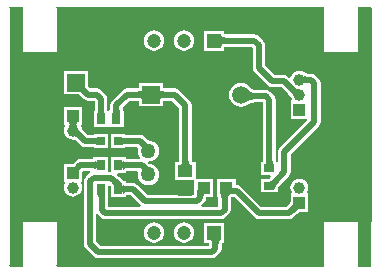
<source format=gtl>
G04*
G04 #@! TF.GenerationSoftware,Altium Limited,Altium Designer,20.0.10 (225)*
G04*
G04 Layer_Physical_Order=1*
G04 Layer_Color=255*
%FSLAX25Y25*%
%MOIN*%
G70*
G01*
G75*
%ADD16C,0.00300*%
%ADD17R,0.05118X0.03937*%
%ADD18R,0.03150X0.03543*%
%ADD19R,0.02756X0.02756*%
%ADD20R,0.02953X0.03347*%
%ADD21R,0.04331X0.03937*%
%ADD22R,0.03543X0.02559*%
%ADD33C,0.02000*%
%ADD34R,0.04724X0.04724*%
%ADD35C,0.04724*%
%ADD36R,0.05906X0.05906*%
%ADD37C,0.03937*%
%ADD38R,0.03937X0.03937*%
%ADD39C,0.05906*%
%ADD40C,0.05000*%
G36*
X104331Y56102D02*
X116142D01*
Y71000D01*
X120079D01*
Y-0D01*
X120000D01*
Y-15000D01*
X116142D01*
Y-0D01*
X104331Y0D01*
X104331Y-15000D01*
X15748Y-15000D01*
X15748Y0D01*
X3937D01*
Y-15000D01*
X-0D01*
X-0Y71000D01*
X3937D01*
Y56102D01*
X15748D01*
Y71000D01*
X104331Y71000D01*
Y56102D01*
D02*
G37*
%LPC*%
G36*
X58000Y63391D02*
X57122Y63276D01*
X56304Y62937D01*
X55602Y62398D01*
X55063Y61696D01*
X54724Y60878D01*
X54609Y60000D01*
X54724Y59122D01*
X55063Y58304D01*
X55602Y57602D01*
X56304Y57063D01*
X57122Y56724D01*
X58000Y56609D01*
X58878Y56724D01*
X59696Y57063D01*
X60398Y57602D01*
X60937Y58304D01*
X61276Y59122D01*
X61391Y60000D01*
X61276Y60878D01*
X60937Y61696D01*
X60398Y62398D01*
X59696Y62937D01*
X58878Y63276D01*
X58000Y63391D01*
D02*
G37*
G36*
X48000D02*
X47122Y63276D01*
X46304Y62937D01*
X45602Y62398D01*
X45063Y61696D01*
X44724Y60878D01*
X44609Y60000D01*
X44724Y59122D01*
X45063Y58304D01*
X45602Y57602D01*
X46304Y57063D01*
X47122Y56724D01*
X48000Y56609D01*
X48878Y56724D01*
X49696Y57063D01*
X50398Y57602D01*
X50937Y58304D01*
X51276Y59122D01*
X51391Y60000D01*
X51276Y60878D01*
X50937Y61696D01*
X50398Y62398D01*
X49696Y62937D01*
X48878Y63276D01*
X48000Y63391D01*
D02*
G37*
G36*
X23968Y37969D02*
X18032D01*
Y33160D01*
X18030Y33155D01*
X18032Y33138D01*
Y33082D01*
X18024Y33044D01*
X18032Y33005D01*
Y32032D01*
X18252D01*
X18473Y31583D01*
X18407Y31497D01*
X18108Y30775D01*
X18006Y30000D01*
X18108Y29225D01*
X18407Y28503D01*
X18883Y27883D01*
X19503Y27407D01*
X20225Y27108D01*
X21000Y27006D01*
X21487Y27070D01*
X21530Y27050D01*
X21636Y26987D01*
X21759Y26901D01*
X22227Y26501D01*
X23670Y25058D01*
X24332Y24616D01*
X25112Y24461D01*
X27834D01*
X28079Y24442D01*
Y24122D01*
X28973D01*
X28976Y24121D01*
X28990Y24122D01*
X29053D01*
X29091Y24114D01*
X29129Y24122D01*
X32835D01*
Y28878D01*
X29129D01*
X29091Y28885D01*
X29053Y28878D01*
X28990D01*
X28976Y28879D01*
X28973Y28878D01*
X28079D01*
Y28574D01*
X27634Y28539D01*
X25957D01*
X24510Y29986D01*
X24250Y30266D01*
X24003Y30566D01*
X23934Y30661D01*
X23900Y30716D01*
X23892Y30775D01*
X23593Y31497D01*
X23527Y31583D01*
X23748Y32032D01*
X23968D01*
Y33005D01*
X23976Y33044D01*
X23968Y33082D01*
Y33138D01*
X23970Y33155D01*
X23968Y33160D01*
Y37969D01*
D02*
G37*
G36*
X71362Y63362D02*
X64638D01*
Y56638D01*
X71362D01*
Y57861D01*
X71388Y57872D01*
X71540Y57912D01*
X71754Y57948D01*
X71903Y57961D01*
X80655D01*
X80961Y57655D01*
Y51000D01*
X81116Y50220D01*
X81558Y49558D01*
X86058Y45058D01*
X86720Y44616D01*
X87500Y44461D01*
X90527D01*
X92639Y42349D01*
X93116Y41851D01*
X93448Y41463D01*
X93548Y41333D01*
X93602Y41253D01*
X93608Y41209D01*
X93907Y40487D01*
X93973Y40401D01*
X93752Y39953D01*
X93532D01*
Y34016D01*
X98925D01*
X99132Y33516D01*
X90058Y24442D01*
X89616Y23780D01*
X89461Y23000D01*
Y20093D01*
X89272Y19672D01*
X88603D01*
X88578Y19790D01*
X88539Y20202D01*
Y40328D01*
X88384Y41109D01*
X87942Y41770D01*
X87942Y41770D01*
X86770Y42942D01*
X86109Y43384D01*
X85328Y43539D01*
X82291D01*
X81994Y43562D01*
X81626Y43612D01*
X81303Y43679D01*
X81027Y43760D01*
X80797Y43851D01*
X80611Y43950D01*
X80465Y44052D01*
X80353Y44155D01*
X80218Y44321D01*
X80163Y44367D01*
X79819Y44815D01*
X78993Y45449D01*
X78032Y45847D01*
X77000Y45983D01*
X75968Y45847D01*
X75007Y45449D01*
X74181Y44815D01*
X73547Y43990D01*
X73149Y43028D01*
X73013Y41996D01*
X73149Y40964D01*
X73547Y40003D01*
X74181Y39177D01*
X75007Y38543D01*
X75968Y38145D01*
X77000Y38009D01*
X78032Y38145D01*
X78993Y38543D01*
X79236Y38729D01*
X79289Y38751D01*
X79511Y38896D01*
X79720Y39007D01*
X79958Y39110D01*
X80228Y39202D01*
X80529Y39284D01*
X80861Y39353D01*
X81213Y39406D01*
X81911Y39461D01*
X84461D01*
Y20135D01*
X84454Y20038D01*
X84425Y19806D01*
X84398Y19672D01*
X83728D01*
Y18698D01*
X83721Y18660D01*
X83728Y18621D01*
Y15113D01*
X86839D01*
X87027Y14613D01*
X86812Y14413D01*
X86518Y14178D01*
X86259Y13997D01*
X86199Y13963D01*
X83728D01*
Y9404D01*
X88175D01*
X88196Y9398D01*
X88238Y9404D01*
X88275D01*
X88318Y9398D01*
X88341Y9404D01*
X89272D01*
Y10331D01*
X89277Y10353D01*
X89288Y10520D01*
X89309Y10639D01*
X89350Y10778D01*
X89415Y10937D01*
X89505Y11114D01*
X89623Y11309D01*
X89763Y11509D01*
X90075Y11883D01*
X92942Y14750D01*
X93384Y15411D01*
X93539Y16191D01*
Y22155D01*
X102942Y31558D01*
X102942Y31558D01*
X103384Y32220D01*
X103539Y33000D01*
X103539Y33000D01*
Y45813D01*
X103384Y46593D01*
X102942Y47255D01*
X102942Y47255D01*
X101770Y48426D01*
X101109Y48868D01*
X100328Y49023D01*
X99379D01*
X99228Y49029D01*
X98788Y49071D01*
X98652Y49094D01*
X98616Y49102D01*
X97997Y49577D01*
X97275Y49876D01*
X96500Y49978D01*
X95725Y49876D01*
X95003Y49577D01*
X94383Y49101D01*
X93907Y48481D01*
X93636Y47827D01*
X93146Y47610D01*
X92814Y47942D01*
X92152Y48384D01*
X91372Y48539D01*
X88345D01*
X85039Y51845D01*
Y58500D01*
X84884Y59280D01*
X84442Y59942D01*
X82942Y61442D01*
X82280Y61884D01*
X81500Y62039D01*
X71903D01*
X71754Y62052D01*
X71540Y62088D01*
X71388Y62129D01*
X71362Y62139D01*
Y63362D01*
D02*
G37*
G36*
X25937Y49953D02*
X18032D01*
Y42047D01*
X22768D01*
X22806Y42040D01*
X22845Y42047D01*
X22922D01*
X22949Y42031D01*
X23103Y41920D01*
X23723Y41377D01*
X24542Y40558D01*
X25204Y40116D01*
X25984Y39961D01*
X28155D01*
X28319Y39797D01*
Y37053D01*
X28300Y36734D01*
X28293Y36673D01*
X27882D01*
Y35699D01*
X27874Y35661D01*
X27882Y35623D01*
Y31327D01*
X32500D01*
X32835Y31327D01*
X33335Y31327D01*
X37953D01*
Y35623D01*
X37960Y35661D01*
X37953Y35699D01*
Y36673D01*
X37551D01*
X37516Y37128D01*
Y37632D01*
X39845Y39961D01*
X42506D01*
X42656Y39948D01*
X42870Y39912D01*
X43022Y39871D01*
X43047Y39861D01*
Y38043D01*
X50953D01*
Y39857D01*
X50978Y39868D01*
X51130Y39908D01*
X51345Y39944D01*
X51494Y39957D01*
X54159D01*
X56461Y37655D01*
Y20159D01*
X56448Y20010D01*
X56412Y19796D01*
X56371Y19644D01*
X56361Y19618D01*
X54941D01*
Y13681D01*
X61447D01*
Y9885D01*
X61435Y9823D01*
Y8421D01*
X45963D01*
X42442Y11942D01*
X41780Y12384D01*
X41000Y12539D01*
X39204D01*
X39106Y12546D01*
X38875Y12575D01*
X38740Y12603D01*
Y13272D01*
X37909D01*
X37897Y13279D01*
X36414Y14570D01*
X35756Y15228D01*
X35963Y15728D01*
X37690D01*
X37728Y15721D01*
X37766Y15728D01*
X38740D01*
Y16398D01*
X38859Y16422D01*
X39270Y16461D01*
X42292D01*
X42692Y15961D01*
X42617Y15395D01*
X42737Y14481D01*
X43090Y13630D01*
X43651Y12899D01*
X44382Y12338D01*
X45234Y11985D01*
X46147Y11865D01*
X47061Y11985D01*
X47912Y12338D01*
X48643Y12899D01*
X49204Y13630D01*
X49557Y14481D01*
X49677Y15395D01*
X49557Y16309D01*
X49204Y17160D01*
X48643Y17891D01*
X47912Y18452D01*
X47061Y18805D01*
X46382Y18894D01*
X45968Y19309D01*
X46233Y19750D01*
X47061Y19859D01*
X47912Y20212D01*
X48643Y20773D01*
X49204Y21504D01*
X49557Y22355D01*
X49677Y23269D01*
X49557Y24183D01*
X49204Y25034D01*
X48643Y25765D01*
X47912Y26326D01*
X47061Y26679D01*
X46147Y26799D01*
X46145Y26799D01*
X45395Y27464D01*
X44918Y27942D01*
X44256Y28384D01*
X43476Y28539D01*
X38591D01*
X38346Y28558D01*
Y28878D01*
X37453D01*
X37449Y28879D01*
X37436Y28878D01*
X37373D01*
X37334Y28885D01*
X37296Y28878D01*
X33591D01*
Y24122D01*
X37296D01*
X37334Y24114D01*
X37373Y24122D01*
X37436D01*
X37449Y24121D01*
X37453Y24122D01*
X38346D01*
Y24426D01*
X38791Y24461D01*
X42311D01*
X42415Y24393D01*
X42713Y23995D01*
X42617Y23269D01*
X42737Y22355D01*
X43090Y21504D01*
X43447Y21039D01*
X43200Y20539D01*
X39204D01*
X39106Y20546D01*
X38875Y20575D01*
X38740Y20603D01*
Y21272D01*
X37766D01*
X37728Y21279D01*
X37690Y21272D01*
X33591D01*
Y16311D01*
X32835D01*
Y21272D01*
X28735D01*
X28697Y21279D01*
X28659Y21272D01*
X27685D01*
Y20603D01*
X27566Y20578D01*
X27155Y20539D01*
X23500D01*
X22720Y20384D01*
X22058Y19942D01*
X21085Y18969D01*
X18032D01*
Y13032D01*
X18252D01*
X18473Y12583D01*
X18407Y12497D01*
X18108Y11775D01*
X18006Y11000D01*
X18108Y10225D01*
X18407Y9503D01*
X18883Y8883D01*
X19503Y8407D01*
X20225Y8108D01*
X21000Y8006D01*
X21775Y8108D01*
X22497Y8407D01*
X23117Y8883D01*
X23593Y9503D01*
X23892Y10225D01*
X23994Y11000D01*
X23892Y11775D01*
X23593Y12497D01*
X23527Y12583D01*
X23748Y13032D01*
X23968D01*
Y16085D01*
X24345Y16461D01*
X26633D01*
X26795Y16023D01*
X26785Y15961D01*
X26415Y15714D01*
X26415Y15714D01*
X25243Y14542D01*
X24801Y13880D01*
X24646Y13100D01*
Y-7685D01*
X24801Y-8465D01*
X25243Y-9127D01*
X28058Y-11942D01*
X28720Y-12384D01*
X29500Y-12539D01*
X67328D01*
X68109Y-12384D01*
X68770Y-11942D01*
X69942Y-10770D01*
X69942Y-10770D01*
X70384Y-10109D01*
X70539Y-9328D01*
Y-7861D01*
X70548Y-7740D01*
X70580Y-7516D01*
X70615Y-7362D01*
X71362D01*
Y-6388D01*
X71370Y-6350D01*
X71362Y-6312D01*
Y-638D01*
X64638D01*
Y-7362D01*
X66358D01*
X66372Y-7397D01*
X66413Y-7547D01*
X66448Y-7759D01*
X66461Y-7906D01*
Y-8461D01*
X30345D01*
X28724Y-6840D01*
Y2090D01*
X29224Y2242D01*
X29232Y2230D01*
X30404Y1058D01*
X30404Y1058D01*
X31066Y616D01*
X31846Y461D01*
X70372D01*
X71153Y616D01*
X71814Y1058D01*
X72986Y2230D01*
X72986Y2230D01*
X73428Y2891D01*
X73583Y3672D01*
Y7279D01*
X73596Y7426D01*
X73631Y7638D01*
X73672Y7788D01*
X73686Y7823D01*
X74292D01*
X74332Y7815D01*
X74343Y7818D01*
X74355Y7816D01*
X74615Y7823D01*
X74793D01*
X81558Y1058D01*
X82220Y616D01*
X83000Y461D01*
X93000D01*
X93780Y616D01*
X94442Y1058D01*
X95639Y2255D01*
X96002Y2592D01*
X96299Y2830D01*
X96559Y3011D01*
X96595Y3032D01*
X97334D01*
X97372Y3024D01*
X97410Y3032D01*
X99468D01*
Y8969D01*
X99248D01*
X99027Y9417D01*
X99093Y9503D01*
X99392Y10225D01*
X99494Y11000D01*
X99392Y11775D01*
X99093Y12497D01*
X98617Y13117D01*
X97997Y13593D01*
X97275Y13892D01*
X96500Y13994D01*
X95725Y13892D01*
X95003Y13593D01*
X94383Y13117D01*
X93907Y12497D01*
X93608Y11775D01*
X93506Y11000D01*
X93608Y10225D01*
X93907Y9503D01*
X93973Y9417D01*
X93752Y8969D01*
X93532D01*
Y6910D01*
X93524Y6872D01*
X93532Y6834D01*
Y6095D01*
X93511Y6059D01*
X93338Y5811D01*
X92849Y5233D01*
X92155Y4539D01*
X83845D01*
X77071Y11313D01*
X76410Y11755D01*
X75629Y11910D01*
X75338D01*
Y13760D01*
X69008D01*
Y8873D01*
X69000Y8835D01*
X69008Y8797D01*
Y7823D01*
X69462D01*
X69505Y7335D01*
Y4539D01*
X63984D01*
X63844Y5039D01*
X64916Y6112D01*
X64916Y6112D01*
X65358Y6773D01*
X65513Y7553D01*
Y7823D01*
X67778D01*
Y13760D01*
X62059D01*
Y19618D01*
X60639D01*
X60628Y19644D01*
X60588Y19796D01*
X60552Y20010D01*
X60539Y20159D01*
Y38500D01*
X60539Y38500D01*
X60384Y39280D01*
X59942Y39942D01*
X59942Y39942D01*
X56446Y43438D01*
X55784Y43880D01*
X55004Y44035D01*
X51494D01*
X51345Y44048D01*
X51130Y44084D01*
X50978Y44124D01*
X50953Y44135D01*
Y45949D01*
X43047D01*
Y44139D01*
X43022Y44129D01*
X42870Y44088D01*
X42656Y44052D01*
X42506Y44039D01*
X39000D01*
X39000Y44039D01*
X38220Y43884D01*
X37558Y43442D01*
X37558Y43442D01*
X34034Y39918D01*
X33592Y39257D01*
X33437Y38476D01*
Y37162D01*
X33148Y36673D01*
X32508Y36673D01*
X32397Y37159D01*
Y40642D01*
X32242Y41422D01*
X31800Y42084D01*
X30442Y43442D01*
X29780Y43884D01*
X29000Y44039D01*
X26829D01*
X26549Y44319D01*
X26245Y44654D01*
X26076Y44864D01*
X25953Y45035D01*
X25937Y45062D01*
Y45140D01*
X25945Y45178D01*
X25937Y45216D01*
Y49953D01*
D02*
G37*
G36*
X58000Y-609D02*
X57122Y-724D01*
X56304Y-1063D01*
X55602Y-1602D01*
X55063Y-2304D01*
X54724Y-3122D01*
X54609Y-4000D01*
X54724Y-4878D01*
X55063Y-5696D01*
X55602Y-6398D01*
X56304Y-6937D01*
X57122Y-7276D01*
X58000Y-7391D01*
X58878Y-7276D01*
X59696Y-6937D01*
X60398Y-6398D01*
X60937Y-5696D01*
X61276Y-4878D01*
X61391Y-4000D01*
X61276Y-3122D01*
X60937Y-2304D01*
X60398Y-1602D01*
X59696Y-1063D01*
X58878Y-724D01*
X58000Y-609D01*
D02*
G37*
G36*
X48000D02*
X47122Y-724D01*
X46304Y-1063D01*
X45602Y-1602D01*
X45063Y-2304D01*
X44724Y-3122D01*
X44609Y-4000D01*
X44724Y-4878D01*
X45063Y-5696D01*
X45602Y-6398D01*
X46304Y-6937D01*
X47122Y-7276D01*
X48000Y-7391D01*
X48878Y-7276D01*
X49696Y-6937D01*
X50398Y-6398D01*
X50937Y-5696D01*
X51276Y-4878D01*
X51391Y-4000D01*
X51276Y-3122D01*
X50937Y-2304D01*
X50398Y-1602D01*
X49696Y-1063D01*
X48878Y-724D01*
X48000Y-609D01*
D02*
G37*
%LPD*%
G36*
X22004Y33302D02*
X22024Y33044D01*
X22956D01*
X22775Y33024D01*
X22612Y32963D01*
X22469Y32864D01*
X22344Y32724D01*
X22239Y32544D01*
X22153Y32324D01*
X22101Y32122D01*
X22136Y31945D01*
X22185Y31765D01*
X22242Y31615D01*
X22306Y31495D01*
X22378Y31406D01*
X22009D01*
X22000Y31043D01*
X20000D01*
X19991Y31406D01*
X19622D01*
X19694Y31495D01*
X19758Y31615D01*
X19815Y31765D01*
X19864Y31945D01*
X19899Y32122D01*
X19847Y32324D01*
X19761Y32544D01*
X19656Y32724D01*
X19531Y32864D01*
X19388Y32963D01*
X19225Y33024D01*
X19044Y33044D01*
X19986D01*
X20000Y33664D01*
X22000D01*
X22004Y33302D01*
D02*
G37*
G36*
X22954Y30325D02*
X23009Y30217D01*
X23089Y30090D01*
X23195Y29944D01*
X23482Y29594D01*
X24102Y28927D01*
X24360Y28667D01*
X23324Y26874D01*
X23065Y27127D01*
X22383Y27709D01*
X22188Y27845D01*
X22009Y27951D01*
X21846Y28028D01*
X21698Y28076D01*
X21567Y28095D01*
X21452Y28084D01*
X22925Y30414D01*
X22954Y30325D01*
D02*
G37*
G36*
X29091Y25134D02*
X29071Y25204D01*
X29011Y25266D01*
X28911Y25321D01*
X28771Y25368D01*
X28591Y25409D01*
X28371Y25442D01*
X27811Y25485D01*
X27091Y25500D01*
Y27500D01*
X27471Y27504D01*
X28591Y27591D01*
X28771Y27632D01*
X28911Y27679D01*
X29011Y27734D01*
X29071Y27796D01*
X29091Y27866D01*
Y25134D01*
D02*
G37*
G36*
X70358Y61810D02*
X70419Y61640D01*
X70519Y61490D01*
X70660Y61360D01*
X70841Y61250D01*
X71062Y61160D01*
X71324Y61090D01*
X71626Y61040D01*
X71968Y61010D01*
X72350Y61000D01*
Y59000D01*
X71968Y58990D01*
X71626Y58960D01*
X71324Y58910D01*
X71062Y58840D01*
X70841Y58750D01*
X70660Y58640D01*
X70519Y58510D01*
X70419Y58360D01*
X70358Y58190D01*
X70338Y58000D01*
Y62000D01*
X70358Y61810D01*
D02*
G37*
G36*
X98046Y48229D02*
X98149Y48177D01*
X98285Y48132D01*
X98454Y48093D01*
X98656Y48060D01*
X99160Y48011D01*
X99796Y47987D01*
X100164Y47984D01*
Y45984D01*
X99796Y45981D01*
X98656Y45909D01*
X98454Y45875D01*
X98285Y45836D01*
X98149Y45791D01*
X98046Y45740D01*
X97976Y45682D01*
Y48286D01*
X98046Y48229D01*
D02*
G37*
G36*
X94415Y44878D02*
X95108Y44284D01*
X95306Y44146D01*
X95487Y44037D01*
X95652Y43958D01*
X95801Y43909D01*
X95933Y43890D01*
X96048Y43900D01*
X94576Y41570D01*
X94542Y41664D01*
X94475Y41784D01*
X94374Y41931D01*
X94240Y42105D01*
X93873Y42535D01*
X92737Y43721D01*
X94151Y45135D01*
X94415Y44878D01*
D02*
G37*
G36*
X79608Y43455D02*
X79825Y43255D01*
X80079Y43078D01*
X80369Y42925D01*
X80694Y42795D01*
X81056Y42689D01*
X81453Y42606D01*
X81887Y42547D01*
X82357Y42512D01*
X82862Y42500D01*
X82499Y40500D01*
X82006Y40491D01*
X81097Y40419D01*
X80682Y40357D01*
X80292Y40276D01*
X79928Y40178D01*
X79590Y40061D01*
X79278Y39927D01*
X78992Y39774D01*
X78732Y39604D01*
X79426Y43679D01*
X79608Y43455D01*
D02*
G37*
G36*
X87508Y20280D02*
X87568Y19640D01*
X87621Y19380D01*
X87690Y19160D01*
X87774Y18980D01*
X87872Y18840D01*
X87986Y18740D01*
X88115Y18680D01*
X88260Y18660D01*
X84740D01*
X84885Y18680D01*
X85014Y18740D01*
X85128Y18840D01*
X85227Y18980D01*
X85310Y19160D01*
X85378Y19380D01*
X85432Y19640D01*
X85470Y19940D01*
X85492Y20280D01*
X85500Y20660D01*
X87500D01*
X87508Y20280D01*
D02*
G37*
G36*
X89674Y12951D02*
X89405Y12671D01*
X88952Y12129D01*
X88769Y11867D01*
X88613Y11610D01*
X88486Y11360D01*
X88387Y11115D01*
X88316Y10876D01*
X88274Y10643D01*
X88260Y10416D01*
X85431Y12939D01*
X85593Y12834D01*
X85781Y12785D01*
X85997Y12790D01*
X86239Y12850D01*
X86509Y12965D01*
X86805Y13135D01*
X87128Y13360D01*
X87479Y13640D01*
X88260Y14365D01*
X89674Y12951D01*
D02*
G37*
G36*
X24876Y45093D02*
X24869Y44980D01*
X24904Y44839D01*
X24982Y44670D01*
X25102Y44472D01*
X25265Y44246D01*
X25470Y43992D01*
X26007Y43398D01*
X26339Y43059D01*
X24925Y41645D01*
X24586Y41977D01*
X23738Y42719D01*
X23512Y42882D01*
X23314Y43002D01*
X23145Y43080D01*
X23004Y43115D01*
X22891Y43108D01*
X22806Y43059D01*
X24925Y45178D01*
X24876Y45093D01*
D02*
G37*
G36*
X44071Y40000D02*
X44051Y40190D01*
X43991Y40360D01*
X43890Y40510D01*
X43749Y40640D01*
X43568Y40750D01*
X43347Y40840D01*
X43085Y40910D01*
X42784Y40960D01*
X42441Y40990D01*
X42059Y41000D01*
Y43000D01*
X42441Y43010D01*
X42784Y43040D01*
X43085Y43090D01*
X43347Y43160D01*
X43568Y43250D01*
X43749Y43360D01*
X43890Y43490D01*
X43991Y43640D01*
X44051Y43810D01*
X44071Y44000D01*
Y40000D01*
D02*
G37*
G36*
X49949Y43806D02*
X50009Y43636D01*
X50110Y43486D01*
X50251Y43356D01*
X50432Y43246D01*
X50653Y43156D01*
X50915Y43086D01*
X51216Y43036D01*
X51559Y43006D01*
X51941Y42996D01*
Y40996D01*
X51559Y40986D01*
X51216Y40956D01*
X50915Y40906D01*
X50653Y40836D01*
X50432Y40746D01*
X50251Y40636D01*
X50110Y40506D01*
X50009Y40356D01*
X49949Y40186D01*
X49929Y39996D01*
Y43996D01*
X49949Y43806D01*
D02*
G37*
G36*
X36481Y37281D02*
X36551Y36381D01*
X36593Y36161D01*
X36643Y35981D01*
X36704Y35841D01*
X36774Y35741D01*
X36852Y35681D01*
X36941Y35661D01*
X34012D01*
X34100Y35681D01*
X34179Y35741D01*
X34249Y35841D01*
X34309Y35981D01*
X34360Y36161D01*
X34402Y36381D01*
X34435Y36641D01*
X34472Y37281D01*
X34476Y37661D01*
X36476D01*
X36481Y37281D01*
D02*
G37*
G36*
X31363D02*
X31433Y36381D01*
X31474Y36161D01*
X31525Y35981D01*
X31586Y35841D01*
X31655Y35741D01*
X31734Y35681D01*
X31823Y35661D01*
X28894D01*
X28982Y35681D01*
X29061Y35741D01*
X29131Y35841D01*
X29191Y35981D01*
X29242Y36161D01*
X29284Y36381D01*
X29316Y36641D01*
X29354Y37281D01*
X29358Y37661D01*
X31358D01*
X31363Y37281D01*
D02*
G37*
G36*
X37354Y27796D02*
X37415Y27734D01*
X37514Y27679D01*
X37655Y27632D01*
X37835Y27591D01*
X38054Y27559D01*
X38614Y27515D01*
X39334Y27500D01*
Y25500D01*
X38954Y25496D01*
X37835Y25409D01*
X37655Y25368D01*
X37514Y25321D01*
X37415Y25266D01*
X37354Y25204D01*
X37334Y25134D01*
Y27866D01*
X37354Y27796D01*
D02*
G37*
G36*
X44466Y26926D02*
X45780Y25759D01*
X45826Y25748D01*
X43892Y24349D01*
X43900Y24402D01*
X43881Y24476D01*
X43835Y24570D01*
X43762Y24684D01*
X43663Y24818D01*
X43385Y25147D01*
X42769Y25793D01*
X44183Y27207D01*
X44466Y26926D01*
D02*
G37*
G36*
X59510Y20224D02*
X59540Y19882D01*
X59590Y19580D01*
X59660Y19318D01*
X59750Y19097D01*
X59860Y18916D01*
X59990Y18775D01*
X60140Y18675D01*
X60310Y18614D01*
X60500Y18594D01*
X56500D01*
X56690Y18614D01*
X56860Y18675D01*
X57010Y18775D01*
X57140Y18916D01*
X57250Y19097D01*
X57340Y19318D01*
X57410Y19580D01*
X57460Y19882D01*
X57490Y20224D01*
X57500Y20606D01*
X59500D01*
X59510Y20224D01*
D02*
G37*
G36*
X37748Y20115D02*
X37808Y19986D01*
X37908Y19872D01*
X38048Y19773D01*
X38228Y19690D01*
X38448Y19622D01*
X38708Y19568D01*
X39008Y19530D01*
X39348Y19508D01*
X39728Y19500D01*
Y17500D01*
X39348Y17492D01*
X38708Y17432D01*
X38448Y17379D01*
X38228Y17310D01*
X38048Y17226D01*
X37908Y17128D01*
X37808Y17014D01*
X37748Y16885D01*
X37728Y16740D01*
Y20260D01*
X37748Y20115D01*
D02*
G37*
G36*
X28697Y16740D02*
X28677Y16885D01*
X28617Y17014D01*
X28517Y17128D01*
X28377Y17226D01*
X28197Y17310D01*
X27977Y17379D01*
X27717Y17432D01*
X27417Y17470D01*
X27077Y17492D01*
X26697Y17500D01*
Y19500D01*
X27077Y19508D01*
X27717Y19568D01*
X27977Y19622D01*
X28197Y19690D01*
X28377Y19773D01*
X28517Y19872D01*
X28617Y19986D01*
X28677Y20115D01*
X28697Y20260D01*
Y16740D01*
D02*
G37*
G36*
X35541Y13978D02*
X37296Y12451D01*
X37473Y12344D01*
X37617Y12281D01*
X37728Y12260D01*
X34603Y10669D01*
X34757Y10783D01*
X34846Y10935D01*
X34869Y11124D01*
X34826Y11351D01*
X34718Y11615D01*
X34543Y11916D01*
X34303Y12255D01*
X33997Y12632D01*
X33188Y13498D01*
X35133Y14381D01*
X35541Y13978D01*
D02*
G37*
G36*
X74328Y11116D02*
X74367Y11065D01*
X74433Y11019D01*
X74525Y10980D01*
X74644Y10947D01*
X74788Y10919D01*
X74959Y10898D01*
X75380Y10874D01*
X75629Y10871D01*
Y8871D01*
X74326Y8835D01*
X74314Y11174D01*
X74328Y11116D01*
D02*
G37*
G36*
X37748Y12115D02*
X37808Y11986D01*
X37908Y11872D01*
X38048Y11773D01*
X38228Y11690D01*
X38448Y11621D01*
X38708Y11568D01*
X39008Y11530D01*
X39348Y11508D01*
X39728Y11500D01*
Y9500D01*
X39348Y9492D01*
X38708Y9432D01*
X38448Y9379D01*
X38228Y9310D01*
X38048Y9227D01*
X37908Y9128D01*
X37808Y9014D01*
X37748Y8885D01*
X37728Y8740D01*
Y12260D01*
X37748Y12115D01*
D02*
G37*
G36*
X64702Y8822D02*
X64654Y8784D01*
X64612Y8720D01*
X64575Y8630D01*
X64544Y8514D01*
X64519Y8373D01*
X64499Y8207D01*
X64477Y7797D01*
X64474Y7553D01*
X62474D01*
X62459Y8835D01*
X64755D01*
X64702Y8822D01*
D02*
G37*
G36*
X73354Y8815D02*
X73184Y8755D01*
X73034Y8655D01*
X72904Y8515D01*
X72794Y8335D01*
X72704Y8115D01*
X72634Y7855D01*
X72584Y7555D01*
X72554Y7215D01*
X72544Y6835D01*
X70544D01*
X70539Y7215D01*
X70460Y8115D01*
X70413Y8335D01*
X70355Y8515D01*
X70287Y8655D01*
X70208Y8755D01*
X70119Y8815D01*
X70020Y8835D01*
X73544D01*
X73354Y8815D01*
D02*
G37*
G36*
X31795Y8720D02*
X31769Y8660D01*
X31747Y8560D01*
X31728Y8420D01*
X31698Y8020D01*
X31675Y6740D01*
X29675D01*
X29665Y7120D01*
X29635Y7460D01*
X29586Y7760D01*
X29518Y8020D01*
X29430Y8240D01*
X29323Y8420D01*
X29195Y8560D01*
X29049Y8660D01*
X28883Y8720D01*
X28697Y8740D01*
X31823D01*
X31795Y8720D01*
D02*
G37*
G36*
X33591Y11441D02*
Y10627D01*
X33586Y10590D01*
X33591Y10574D01*
Y7728D01*
X37690D01*
X37728Y7721D01*
X37766Y7728D01*
X38740D01*
Y8398D01*
X38859Y8422D01*
X39270Y8461D01*
X40155D01*
X43577Y5039D01*
X43437Y4539D01*
X32714D01*
Y7728D01*
X32835D01*
Y8702D01*
X32842Y8740D01*
X32835Y8778D01*
Y11505D01*
X33317Y11693D01*
X33591Y11441D01*
D02*
G37*
G36*
X97372Y4044D02*
X97216Y4157D01*
X97032Y4213D01*
X96820D01*
X96580Y4157D01*
X96311Y4044D01*
X96014Y3874D01*
X95689Y3647D01*
X95336Y3365D01*
X94543Y2629D01*
X93129Y4044D01*
X93525Y4454D01*
X94147Y5189D01*
X94374Y5514D01*
X94543Y5811D01*
X94657Y6080D01*
X94713Y6320D01*
Y6532D01*
X94657Y6716D01*
X94543Y6872D01*
X97372Y4044D01*
D02*
G37*
G36*
X70189Y-6370D02*
X70044Y-6430D01*
X69917Y-6530D01*
X69806Y-6670D01*
X69713Y-6850D01*
X69636Y-7070D01*
X69577Y-7330D01*
X69534Y-7630D01*
X69508Y-7970D01*
X69500Y-8350D01*
X67500D01*
X67490Y-7970D01*
X67460Y-7630D01*
X67410Y-7330D01*
X67340Y-7070D01*
X67250Y-6850D01*
X67140Y-6670D01*
X67010Y-6530D01*
X66860Y-6430D01*
X66690Y-6370D01*
X66500Y-6350D01*
X70350D01*
X70189Y-6370D01*
D02*
G37*
D16*
X120229Y71000D02*
G03*
X120079Y71150I-150J0D01*
G01*
X120229Y71000D02*
G03*
X120079Y71150I-150J0D01*
G01*
X116142D02*
G03*
X115992Y71000I0J-150D01*
G01*
X119929Y132D02*
G03*
X119850Y-0I71J-132D01*
G01*
X116142Y55952D02*
G03*
X116292Y56102I0J150D01*
G01*
X116142Y55952D02*
G03*
X116292Y56102I0J150D01*
G01*
X116142Y71150D02*
G03*
X115992Y71000I0J-150D01*
G01*
X104481Y71000D02*
G03*
X104331Y71150I-150J0D01*
G01*
X104481Y71000D02*
G03*
X104331Y71150I-150J0D01*
G01*
X104181Y56102D02*
G03*
X104331Y55952I150J0D01*
G01*
X104181Y56102D02*
G03*
X104331Y55952I150J0D01*
G01*
Y150D02*
G03*
X104181Y0I0J-150D01*
G01*
X120150Y-132D02*
G03*
X120229Y-0I-71J132D01*
G01*
X120150Y-132D02*
G03*
X120229Y-0I-71J132D01*
G01*
X119929Y132D02*
G03*
X119850Y-0I71J-132D01*
G01*
X120000Y-15150D02*
G03*
X120150Y-15000I0J150D01*
G01*
X120000Y-15150D02*
G03*
X120150Y-15000I0J150D01*
G01*
X116292Y-0D02*
G03*
X116142Y150I-150J0D01*
G01*
X116292Y-0D02*
G03*
X116142Y150I-150J0D01*
G01*
X104331Y150D02*
G03*
X104181Y0I0J-150D01*
G01*
X115992Y-15000D02*
G03*
X116142Y-15150I150J0D01*
G01*
X115992Y-15000D02*
G03*
X116142Y-15150I150J0D01*
G01*
X104331Y-15150D02*
G03*
X104481Y-15000I0J150D01*
G01*
X15748Y71150D02*
G03*
X15598Y71000I0J-150D01*
G01*
X15748Y71150D02*
G03*
X15598Y71000I0J-150D01*
G01*
X15748Y55952D02*
G03*
X15898Y56102I0J150D01*
G01*
X15748Y55952D02*
G03*
X15898Y56102I0J150D01*
G01*
X4087Y71000D02*
G03*
X3937Y71150I-150J0D01*
G01*
X4087Y71000D02*
G03*
X3937Y71150I-150J0D01*
G01*
X-0D02*
G03*
X-150Y71000I0J-150D01*
G01*
X-0Y71150D02*
G03*
X-150Y71000I0J-150D01*
G01*
X3787Y56102D02*
G03*
X3937Y55952I150J0D01*
G01*
X3787Y56102D02*
G03*
X3937Y55952I150J0D01*
G01*
Y150D02*
G03*
X3787Y0I0J-150D01*
G01*
X15898D02*
G03*
X15748Y150I-150J0D01*
G01*
X15898Y0D02*
G03*
X15748Y150I-150J0D01*
G01*
X104331Y-15150D02*
G03*
X104481Y-15000I0J150D01*
G01*
X15598Y-15000D02*
G03*
X15748Y-15150I150J0D01*
G01*
X15598Y-15000D02*
G03*
X15748Y-15150I150J0D01*
G01*
X3937Y150D02*
G03*
X3787Y0I0J-150D01*
G01*
X-150Y-15000D02*
G03*
X-0Y-15150I150J0D01*
G01*
X3937D02*
G03*
X4087Y-15000I0J150D01*
G01*
X3937Y-15150D02*
G03*
X4087Y-15000I0J150D01*
G01*
X-150D02*
G03*
X-0Y-15150I150J0D01*
G01*
X120229Y-0D02*
Y71000D01*
X116142Y71150D02*
X120079D01*
X116292Y56102D02*
Y70850D01*
X119929D01*
X115992Y56252D02*
Y71000D01*
X104481Y56252D02*
Y71000D01*
X104331Y55952D02*
X116142D01*
X104481Y56252D02*
X115992D01*
X104331Y150D02*
X116142Y150D01*
X120150Y-15000D02*
Y-132D01*
X119929Y132D02*
Y70850D01*
X119850Y-14850D02*
Y-0D01*
X116142Y-15150D02*
X120000D01*
X116292Y-14850D02*
X119850D01*
X116292D02*
Y-0D01*
X104481Y-15000D02*
X104481Y-150D01*
X115992Y-15000D02*
Y-150D01*
X104481Y-150D02*
X115992Y-150D01*
X15898Y70850D02*
X104181Y70850D01*
X15748Y71150D02*
X104331Y71150D01*
X104181Y56102D02*
Y70850D01*
X15898Y56102D02*
Y70850D01*
X15598Y56252D02*
Y71000D01*
X3937Y55952D02*
X15748D01*
X4087Y56252D02*
X15598D01*
X3937Y150D02*
X15748D01*
X4087Y56252D02*
Y71000D01*
X-0Y71150D02*
X3937D01*
X3787Y56102D02*
Y70850D01*
X150D02*
X3787D01*
X104181Y-14850D02*
X104181Y0D01*
X15898Y-14850D02*
X15898Y0D01*
X15598Y-15000D02*
X15598Y-150D01*
X15898Y-14850D02*
X104181Y-14850D01*
X15748Y-15150D02*
X104331Y-15150D01*
X4087Y-150D02*
X15598D01*
X4087Y-15000D02*
Y-150D01*
X3787Y-14850D02*
Y0D01*
X150Y70850D02*
X150Y-14850D01*
X-150Y71000D02*
X-150Y-15000D01*
X-0Y-15150D02*
X3937D01*
X150Y-14850D02*
X3787D01*
D17*
X58500Y10350D02*
D03*
Y16650D02*
D03*
D18*
X30260Y10500D02*
D03*
X36165D02*
D03*
Y18500D02*
D03*
X30260D02*
D03*
D19*
X35969Y26500D02*
D03*
X30457D02*
D03*
D20*
X35476Y34000D02*
D03*
X30358D02*
D03*
D21*
X64613Y16303D02*
D03*
Y10791D02*
D03*
X72173Y16303D02*
D03*
Y10791D02*
D03*
D22*
X86500Y11683D02*
D03*
Y17392D02*
D03*
D33*
X45118Y6382D02*
X62303D01*
X63474Y7553D01*
X64443Y10791D02*
X64613D01*
X63474Y9823D02*
X64443Y10791D01*
X63474Y7553D02*
Y9823D01*
X21000Y30000D02*
Y35000D01*
X101500Y33000D02*
Y45813D01*
X96500Y46984D02*
X100328D01*
X101500Y45813D01*
X87272Y11963D02*
X91500Y16191D01*
X87272Y11963D02*
Y11963D01*
X91500Y16191D02*
Y23000D01*
X86992Y11683D02*
X87272Y11963D01*
X91500Y23000D02*
X101500Y33000D01*
X83000Y51000D02*
Y58500D01*
X87500Y46500D02*
X91372D01*
X83000Y51000D02*
X87500Y46500D01*
X91372D02*
X94856Y43016D01*
X94944D01*
X95976Y41984D01*
X96500D01*
X68000Y60000D02*
X81500D01*
X83000Y58500D01*
X86500Y11683D02*
X86992D01*
X93000Y2500D02*
X96500Y6000D01*
X83000Y2500D02*
X93000D01*
X72173Y10791D02*
X73093Y9871D01*
X75629D01*
X83000Y2500D01*
X29500Y-10500D02*
X67328D01*
X26685Y-7685D02*
Y13100D01*
Y-7685D02*
X29500Y-10500D01*
X68500Y-9328D02*
Y-4500D01*
X67328Y-10500D02*
X68500Y-9328D01*
X68000Y-4000D02*
X68500Y-4500D01*
X36000Y10665D02*
Y12100D01*
X33828Y14272D02*
X36000Y12100D01*
X27857Y14272D02*
X33828D01*
X26685Y13100D02*
X27857Y14272D01*
X36000Y10665D02*
X36165Y10500D01*
X30674Y3672D02*
Y10085D01*
Y3672D02*
X31846Y2500D01*
X70372D02*
X71544Y3672D01*
X31846Y2500D02*
X70372D01*
X41000Y10500D02*
X45118Y6382D01*
X71544Y3672D02*
Y10162D01*
X36165Y10500D02*
X41000D01*
X43476Y26500D02*
X46147Y23828D01*
X35969Y26500D02*
X43476D01*
X46147Y23269D02*
Y23828D01*
X45052Y24364D02*
X46147Y23269D01*
X43892Y18500D02*
X46998Y15395D01*
X36165Y18500D02*
X43892D01*
X21000Y16000D02*
X23500Y18500D01*
X30260D01*
X77496Y41500D02*
X85328D01*
X86500Y17392D02*
X86500Y17392D01*
Y40328D01*
X85328Y41500D02*
X86500Y40328D01*
X77000Y41996D02*
X77496Y41500D01*
X46996Y42000D02*
X47000Y41996D01*
X39000Y42000D02*
X46996D01*
X35476Y34000D02*
Y38476D01*
X39000Y42000D01*
X30358Y34000D02*
Y40642D01*
X29000Y42000D02*
X30358Y40642D01*
X25984Y42000D02*
X29000D01*
X21984Y46000D02*
X25984Y42000D01*
X25112Y26500D02*
X30457D01*
X21983Y29629D02*
X25112Y26500D01*
X21371Y29629D02*
X21983D01*
X21000Y30000D02*
X21371Y29629D01*
X30260Y10500D02*
X30674Y10085D01*
X71544Y10162D02*
X72173Y10791D01*
X47000Y41996D02*
X55004D01*
X58500Y16650D02*
Y38500D01*
X55004Y41996D02*
X58500Y38500D01*
D34*
X68000Y-4000D02*
D03*
Y60000D02*
D03*
D35*
X58000Y-4000D02*
D03*
X48000D02*
D03*
X58000Y60000D02*
D03*
X48000D02*
D03*
D36*
X21984Y46000D02*
D03*
X47000Y41996D02*
D03*
D37*
X96500Y16000D02*
D03*
Y11000D02*
D03*
Y46984D02*
D03*
Y41984D02*
D03*
X21000Y6000D02*
D03*
Y11000D02*
D03*
Y25000D02*
D03*
Y30000D02*
D03*
D38*
X96500Y6000D02*
D03*
Y36984D02*
D03*
X21000Y16000D02*
D03*
Y35000D02*
D03*
D39*
X77000Y31996D02*
D03*
Y41996D02*
D03*
X47000Y31996D02*
D03*
D40*
X46147Y15395D02*
D03*
Y23269D02*
D03*
M02*

</source>
